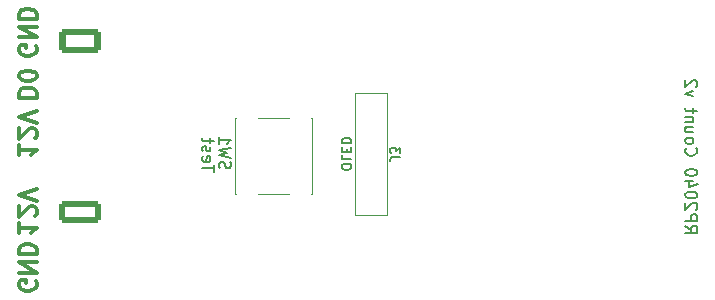
<source format=gbr>
%TF.GenerationSoftware,KiCad,Pcbnew,7.0.10*%
%TF.CreationDate,2024-02-11T13:06:30-05:00*%
%TF.ProjectId,RP2040_Count,52503230-3430-45f4-936f-756e742e6b69,v2*%
%TF.SameCoordinates,Original*%
%TF.FileFunction,Legend,Bot*%
%TF.FilePolarity,Positive*%
%FSLAX46Y46*%
G04 Gerber Fmt 4.6, Leading zero omitted, Abs format (unit mm)*
G04 Created by KiCad (PCBNEW 7.0.10) date 2024-02-11 13:06:30*
%MOMM*%
%LPD*%
G01*
G04 APERTURE LIST*
G04 Aperture macros list*
%AMRoundRect*
0 Rectangle with rounded corners*
0 $1 Rounding radius*
0 $2 $3 $4 $5 $6 $7 $8 $9 X,Y pos of 4 corners*
0 Add a 4 corners polygon primitive as box body*
4,1,4,$2,$3,$4,$5,$6,$7,$8,$9,$2,$3,0*
0 Add four circle primitives for the rounded corners*
1,1,$1+$1,$2,$3*
1,1,$1+$1,$4,$5*
1,1,$1+$1,$6,$7*
1,1,$1+$1,$8,$9*
0 Add four rect primitives between the rounded corners*
20,1,$1+$1,$2,$3,$4,$5,0*
20,1,$1+$1,$4,$5,$6,$7,0*
20,1,$1+$1,$6,$7,$8,$9,0*
20,1,$1+$1,$8,$9,$2,$3,0*%
G04 Aperture macros list end*
%ADD10C,0.300000*%
%ADD11C,0.150000*%
%ADD12C,0.120000*%
%ADD13C,1.524000*%
%ADD14RoundRect,0.250000X-1.550000X0.650000X-1.550000X-0.650000X1.550000X-0.650000X1.550000X0.650000X0*%
%ADD15O,3.600000X1.800000*%
%ADD16RoundRect,0.291667X-1.508333X0.758333X-1.508333X-0.758333X1.508333X-0.758333X1.508333X0.758333X0*%
%ADD17O,3.600000X2.100000*%
%ADD18C,2.200000*%
%ADD19C,1.700000*%
%ADD20R,1.300000X1.550000*%
G04 APERTURE END LIST*
D10*
X101627742Y-97959774D02*
X101699171Y-98102632D01*
X101699171Y-98102632D02*
X101699171Y-98316917D01*
X101699171Y-98316917D02*
X101627742Y-98531203D01*
X101627742Y-98531203D02*
X101484885Y-98674060D01*
X101484885Y-98674060D02*
X101342028Y-98745489D01*
X101342028Y-98745489D02*
X101056314Y-98816917D01*
X101056314Y-98816917D02*
X100842028Y-98816917D01*
X100842028Y-98816917D02*
X100556314Y-98745489D01*
X100556314Y-98745489D02*
X100413457Y-98674060D01*
X100413457Y-98674060D02*
X100270600Y-98531203D01*
X100270600Y-98531203D02*
X100199171Y-98316917D01*
X100199171Y-98316917D02*
X100199171Y-98174060D01*
X100199171Y-98174060D02*
X100270600Y-97959774D01*
X100270600Y-97959774D02*
X100342028Y-97888346D01*
X100342028Y-97888346D02*
X100842028Y-97888346D01*
X100842028Y-97888346D02*
X100842028Y-98174060D01*
X100199171Y-97245489D02*
X101699171Y-97245489D01*
X101699171Y-97245489D02*
X100199171Y-96388346D01*
X100199171Y-96388346D02*
X101699171Y-96388346D01*
X100199171Y-95674060D02*
X101699171Y-95674060D01*
X101699171Y-95674060D02*
X101699171Y-95316917D01*
X101699171Y-95316917D02*
X101627742Y-95102631D01*
X101627742Y-95102631D02*
X101484885Y-94959774D01*
X101484885Y-94959774D02*
X101342028Y-94888345D01*
X101342028Y-94888345D02*
X101056314Y-94816917D01*
X101056314Y-94816917D02*
X100842028Y-94816917D01*
X100842028Y-94816917D02*
X100556314Y-94888345D01*
X100556314Y-94888345D02*
X100413457Y-94959774D01*
X100413457Y-94959774D02*
X100270600Y-95102631D01*
X100270600Y-95102631D02*
X100199171Y-95316917D01*
X100199171Y-95316917D02*
X100199171Y-95674060D01*
X100199171Y-93059774D02*
X100199171Y-93916917D01*
X100199171Y-93488346D02*
X101699171Y-93488346D01*
X101699171Y-93488346D02*
X101484885Y-93631203D01*
X101484885Y-93631203D02*
X101342028Y-93774060D01*
X101342028Y-93774060D02*
X101270600Y-93916917D01*
X101556314Y-92488346D02*
X101627742Y-92416918D01*
X101627742Y-92416918D02*
X101699171Y-92274061D01*
X101699171Y-92274061D02*
X101699171Y-91916918D01*
X101699171Y-91916918D02*
X101627742Y-91774061D01*
X101627742Y-91774061D02*
X101556314Y-91702632D01*
X101556314Y-91702632D02*
X101413457Y-91631203D01*
X101413457Y-91631203D02*
X101270600Y-91631203D01*
X101270600Y-91631203D02*
X101056314Y-91702632D01*
X101056314Y-91702632D02*
X100199171Y-92559775D01*
X100199171Y-92559775D02*
X100199171Y-91631203D01*
X101699171Y-91202632D02*
X100199171Y-90702632D01*
X100199171Y-90702632D02*
X101699171Y-90202632D01*
X100199171Y-82445489D02*
X101699171Y-82445489D01*
X101699171Y-82445489D02*
X101699171Y-82088346D01*
X101699171Y-82088346D02*
X101627742Y-81874060D01*
X101627742Y-81874060D02*
X101484885Y-81731203D01*
X101484885Y-81731203D02*
X101342028Y-81659774D01*
X101342028Y-81659774D02*
X101056314Y-81588346D01*
X101056314Y-81588346D02*
X100842028Y-81588346D01*
X100842028Y-81588346D02*
X100556314Y-81659774D01*
X100556314Y-81659774D02*
X100413457Y-81731203D01*
X100413457Y-81731203D02*
X100270600Y-81874060D01*
X100270600Y-81874060D02*
X100199171Y-82088346D01*
X100199171Y-82088346D02*
X100199171Y-82445489D01*
X101699171Y-80659774D02*
X101699171Y-80516917D01*
X101699171Y-80516917D02*
X101627742Y-80374060D01*
X101627742Y-80374060D02*
X101556314Y-80302632D01*
X101556314Y-80302632D02*
X101413457Y-80231203D01*
X101413457Y-80231203D02*
X101127742Y-80159774D01*
X101127742Y-80159774D02*
X100770600Y-80159774D01*
X100770600Y-80159774D02*
X100484885Y-80231203D01*
X100484885Y-80231203D02*
X100342028Y-80302632D01*
X100342028Y-80302632D02*
X100270600Y-80374060D01*
X100270600Y-80374060D02*
X100199171Y-80516917D01*
X100199171Y-80516917D02*
X100199171Y-80659774D01*
X100199171Y-80659774D02*
X100270600Y-80802632D01*
X100270600Y-80802632D02*
X100342028Y-80874060D01*
X100342028Y-80874060D02*
X100484885Y-80945489D01*
X100484885Y-80945489D02*
X100770600Y-81016917D01*
X100770600Y-81016917D02*
X101127742Y-81016917D01*
X101127742Y-81016917D02*
X101413457Y-80945489D01*
X101413457Y-80945489D02*
X101556314Y-80874060D01*
X101556314Y-80874060D02*
X101627742Y-80802632D01*
X101627742Y-80802632D02*
X101699171Y-80659774D01*
X100199171Y-86459774D02*
X100199171Y-87316917D01*
X100199171Y-86888346D02*
X101699171Y-86888346D01*
X101699171Y-86888346D02*
X101484885Y-87031203D01*
X101484885Y-87031203D02*
X101342028Y-87174060D01*
X101342028Y-87174060D02*
X101270600Y-87316917D01*
X101556314Y-85888346D02*
X101627742Y-85816918D01*
X101627742Y-85816918D02*
X101699171Y-85674061D01*
X101699171Y-85674061D02*
X101699171Y-85316918D01*
X101699171Y-85316918D02*
X101627742Y-85174061D01*
X101627742Y-85174061D02*
X101556314Y-85102632D01*
X101556314Y-85102632D02*
X101413457Y-85031203D01*
X101413457Y-85031203D02*
X101270600Y-85031203D01*
X101270600Y-85031203D02*
X101056314Y-85102632D01*
X101056314Y-85102632D02*
X100199171Y-85959775D01*
X100199171Y-85959775D02*
X100199171Y-85031203D01*
X101699171Y-84602632D02*
X100199171Y-84102632D01*
X100199171Y-84102632D02*
X101699171Y-83602632D01*
X101627742Y-78059774D02*
X101699171Y-78202632D01*
X101699171Y-78202632D02*
X101699171Y-78416917D01*
X101699171Y-78416917D02*
X101627742Y-78631203D01*
X101627742Y-78631203D02*
X101484885Y-78774060D01*
X101484885Y-78774060D02*
X101342028Y-78845489D01*
X101342028Y-78845489D02*
X101056314Y-78916917D01*
X101056314Y-78916917D02*
X100842028Y-78916917D01*
X100842028Y-78916917D02*
X100556314Y-78845489D01*
X100556314Y-78845489D02*
X100413457Y-78774060D01*
X100413457Y-78774060D02*
X100270600Y-78631203D01*
X100270600Y-78631203D02*
X100199171Y-78416917D01*
X100199171Y-78416917D02*
X100199171Y-78274060D01*
X100199171Y-78274060D02*
X100270600Y-78059774D01*
X100270600Y-78059774D02*
X100342028Y-77988346D01*
X100342028Y-77988346D02*
X100842028Y-77988346D01*
X100842028Y-77988346D02*
X100842028Y-78274060D01*
X100199171Y-77345489D02*
X101699171Y-77345489D01*
X101699171Y-77345489D02*
X100199171Y-76488346D01*
X100199171Y-76488346D02*
X101699171Y-76488346D01*
X100199171Y-75774060D02*
X101699171Y-75774060D01*
X101699171Y-75774060D02*
X101699171Y-75416917D01*
X101699171Y-75416917D02*
X101627742Y-75202631D01*
X101627742Y-75202631D02*
X101484885Y-75059774D01*
X101484885Y-75059774D02*
X101342028Y-74988345D01*
X101342028Y-74988345D02*
X101056314Y-74916917D01*
X101056314Y-74916917D02*
X100842028Y-74916917D01*
X100842028Y-74916917D02*
X100556314Y-74988345D01*
X100556314Y-74988345D02*
X100413457Y-75059774D01*
X100413457Y-75059774D02*
X100270600Y-75202631D01*
X100270600Y-75202631D02*
X100199171Y-75416917D01*
X100199171Y-75416917D02*
X100199171Y-75774060D01*
D11*
X156630180Y-93291792D02*
X157106371Y-93625125D01*
X156630180Y-93863220D02*
X157630180Y-93863220D01*
X157630180Y-93863220D02*
X157630180Y-93482268D01*
X157630180Y-93482268D02*
X157582561Y-93387030D01*
X157582561Y-93387030D02*
X157534942Y-93339411D01*
X157534942Y-93339411D02*
X157439704Y-93291792D01*
X157439704Y-93291792D02*
X157296847Y-93291792D01*
X157296847Y-93291792D02*
X157201609Y-93339411D01*
X157201609Y-93339411D02*
X157153990Y-93387030D01*
X157153990Y-93387030D02*
X157106371Y-93482268D01*
X157106371Y-93482268D02*
X157106371Y-93863220D01*
X156630180Y-92863220D02*
X157630180Y-92863220D01*
X157630180Y-92863220D02*
X157630180Y-92482268D01*
X157630180Y-92482268D02*
X157582561Y-92387030D01*
X157582561Y-92387030D02*
X157534942Y-92339411D01*
X157534942Y-92339411D02*
X157439704Y-92291792D01*
X157439704Y-92291792D02*
X157296847Y-92291792D01*
X157296847Y-92291792D02*
X157201609Y-92339411D01*
X157201609Y-92339411D02*
X157153990Y-92387030D01*
X157153990Y-92387030D02*
X157106371Y-92482268D01*
X157106371Y-92482268D02*
X157106371Y-92863220D01*
X157534942Y-91910839D02*
X157582561Y-91863220D01*
X157582561Y-91863220D02*
X157630180Y-91767982D01*
X157630180Y-91767982D02*
X157630180Y-91529887D01*
X157630180Y-91529887D02*
X157582561Y-91434649D01*
X157582561Y-91434649D02*
X157534942Y-91387030D01*
X157534942Y-91387030D02*
X157439704Y-91339411D01*
X157439704Y-91339411D02*
X157344466Y-91339411D01*
X157344466Y-91339411D02*
X157201609Y-91387030D01*
X157201609Y-91387030D02*
X156630180Y-91958458D01*
X156630180Y-91958458D02*
X156630180Y-91339411D01*
X157630180Y-90720363D02*
X157630180Y-90625125D01*
X157630180Y-90625125D02*
X157582561Y-90529887D01*
X157582561Y-90529887D02*
X157534942Y-90482268D01*
X157534942Y-90482268D02*
X157439704Y-90434649D01*
X157439704Y-90434649D02*
X157249228Y-90387030D01*
X157249228Y-90387030D02*
X157011133Y-90387030D01*
X157011133Y-90387030D02*
X156820657Y-90434649D01*
X156820657Y-90434649D02*
X156725419Y-90482268D01*
X156725419Y-90482268D02*
X156677800Y-90529887D01*
X156677800Y-90529887D02*
X156630180Y-90625125D01*
X156630180Y-90625125D02*
X156630180Y-90720363D01*
X156630180Y-90720363D02*
X156677800Y-90815601D01*
X156677800Y-90815601D02*
X156725419Y-90863220D01*
X156725419Y-90863220D02*
X156820657Y-90910839D01*
X156820657Y-90910839D02*
X157011133Y-90958458D01*
X157011133Y-90958458D02*
X157249228Y-90958458D01*
X157249228Y-90958458D02*
X157439704Y-90910839D01*
X157439704Y-90910839D02*
X157534942Y-90863220D01*
X157534942Y-90863220D02*
X157582561Y-90815601D01*
X157582561Y-90815601D02*
X157630180Y-90720363D01*
X157296847Y-89529887D02*
X156630180Y-89529887D01*
X157677800Y-89767982D02*
X156963514Y-90006077D01*
X156963514Y-90006077D02*
X156963514Y-89387030D01*
X157630180Y-88815601D02*
X157630180Y-88720363D01*
X157630180Y-88720363D02*
X157582561Y-88625125D01*
X157582561Y-88625125D02*
X157534942Y-88577506D01*
X157534942Y-88577506D02*
X157439704Y-88529887D01*
X157439704Y-88529887D02*
X157249228Y-88482268D01*
X157249228Y-88482268D02*
X157011133Y-88482268D01*
X157011133Y-88482268D02*
X156820657Y-88529887D01*
X156820657Y-88529887D02*
X156725419Y-88577506D01*
X156725419Y-88577506D02*
X156677800Y-88625125D01*
X156677800Y-88625125D02*
X156630180Y-88720363D01*
X156630180Y-88720363D02*
X156630180Y-88815601D01*
X156630180Y-88815601D02*
X156677800Y-88910839D01*
X156677800Y-88910839D02*
X156725419Y-88958458D01*
X156725419Y-88958458D02*
X156820657Y-89006077D01*
X156820657Y-89006077D02*
X157011133Y-89053696D01*
X157011133Y-89053696D02*
X157249228Y-89053696D01*
X157249228Y-89053696D02*
X157439704Y-89006077D01*
X157439704Y-89006077D02*
X157534942Y-88958458D01*
X157534942Y-88958458D02*
X157582561Y-88910839D01*
X157582561Y-88910839D02*
X157630180Y-88815601D01*
X156725419Y-86720363D02*
X156677800Y-86767982D01*
X156677800Y-86767982D02*
X156630180Y-86910839D01*
X156630180Y-86910839D02*
X156630180Y-87006077D01*
X156630180Y-87006077D02*
X156677800Y-87148934D01*
X156677800Y-87148934D02*
X156773038Y-87244172D01*
X156773038Y-87244172D02*
X156868276Y-87291791D01*
X156868276Y-87291791D02*
X157058752Y-87339410D01*
X157058752Y-87339410D02*
X157201609Y-87339410D01*
X157201609Y-87339410D02*
X157392085Y-87291791D01*
X157392085Y-87291791D02*
X157487323Y-87244172D01*
X157487323Y-87244172D02*
X157582561Y-87148934D01*
X157582561Y-87148934D02*
X157630180Y-87006077D01*
X157630180Y-87006077D02*
X157630180Y-86910839D01*
X157630180Y-86910839D02*
X157582561Y-86767982D01*
X157582561Y-86767982D02*
X157534942Y-86720363D01*
X156630180Y-86148934D02*
X156677800Y-86244172D01*
X156677800Y-86244172D02*
X156725419Y-86291791D01*
X156725419Y-86291791D02*
X156820657Y-86339410D01*
X156820657Y-86339410D02*
X157106371Y-86339410D01*
X157106371Y-86339410D02*
X157201609Y-86291791D01*
X157201609Y-86291791D02*
X157249228Y-86244172D01*
X157249228Y-86244172D02*
X157296847Y-86148934D01*
X157296847Y-86148934D02*
X157296847Y-86006077D01*
X157296847Y-86006077D02*
X157249228Y-85910839D01*
X157249228Y-85910839D02*
X157201609Y-85863220D01*
X157201609Y-85863220D02*
X157106371Y-85815601D01*
X157106371Y-85815601D02*
X156820657Y-85815601D01*
X156820657Y-85815601D02*
X156725419Y-85863220D01*
X156725419Y-85863220D02*
X156677800Y-85910839D01*
X156677800Y-85910839D02*
X156630180Y-86006077D01*
X156630180Y-86006077D02*
X156630180Y-86148934D01*
X157296847Y-84958458D02*
X156630180Y-84958458D01*
X157296847Y-85387029D02*
X156773038Y-85387029D01*
X156773038Y-85387029D02*
X156677800Y-85339410D01*
X156677800Y-85339410D02*
X156630180Y-85244172D01*
X156630180Y-85244172D02*
X156630180Y-85101315D01*
X156630180Y-85101315D02*
X156677800Y-85006077D01*
X156677800Y-85006077D02*
X156725419Y-84958458D01*
X157296847Y-84482267D02*
X156630180Y-84482267D01*
X157201609Y-84482267D02*
X157249228Y-84434648D01*
X157249228Y-84434648D02*
X157296847Y-84339410D01*
X157296847Y-84339410D02*
X157296847Y-84196553D01*
X157296847Y-84196553D02*
X157249228Y-84101315D01*
X157249228Y-84101315D02*
X157153990Y-84053696D01*
X157153990Y-84053696D02*
X156630180Y-84053696D01*
X157296847Y-83720362D02*
X157296847Y-83339410D01*
X157630180Y-83577505D02*
X156773038Y-83577505D01*
X156773038Y-83577505D02*
X156677800Y-83529886D01*
X156677800Y-83529886D02*
X156630180Y-83434648D01*
X156630180Y-83434648D02*
X156630180Y-83339410D01*
X157296847Y-82339409D02*
X156630180Y-82101314D01*
X156630180Y-82101314D02*
X157296847Y-81863219D01*
X157534942Y-81529885D02*
X157582561Y-81482266D01*
X157582561Y-81482266D02*
X157630180Y-81387028D01*
X157630180Y-81387028D02*
X157630180Y-81148933D01*
X157630180Y-81148933D02*
X157582561Y-81053695D01*
X157582561Y-81053695D02*
X157534942Y-81006076D01*
X157534942Y-81006076D02*
X157439704Y-80958457D01*
X157439704Y-80958457D02*
X157344466Y-80958457D01*
X157344466Y-80958457D02*
X157201609Y-81006076D01*
X157201609Y-81006076D02*
X156630180Y-81577504D01*
X156630180Y-81577504D02*
X156630180Y-80958457D01*
X128337704Y-88361904D02*
X128337704Y-88209523D01*
X128337704Y-88209523D02*
X128299609Y-88133333D01*
X128299609Y-88133333D02*
X128223419Y-88057142D01*
X128223419Y-88057142D02*
X128071038Y-88019047D01*
X128071038Y-88019047D02*
X127804371Y-88019047D01*
X127804371Y-88019047D02*
X127651990Y-88057142D01*
X127651990Y-88057142D02*
X127575800Y-88133333D01*
X127575800Y-88133333D02*
X127537704Y-88209523D01*
X127537704Y-88209523D02*
X127537704Y-88361904D01*
X127537704Y-88361904D02*
X127575800Y-88438095D01*
X127575800Y-88438095D02*
X127651990Y-88514285D01*
X127651990Y-88514285D02*
X127804371Y-88552381D01*
X127804371Y-88552381D02*
X128071038Y-88552381D01*
X128071038Y-88552381D02*
X128223419Y-88514285D01*
X128223419Y-88514285D02*
X128299609Y-88438095D01*
X128299609Y-88438095D02*
X128337704Y-88361904D01*
X127537704Y-87295238D02*
X127537704Y-87676190D01*
X127537704Y-87676190D02*
X128337704Y-87676190D01*
X127956752Y-87028571D02*
X127956752Y-86761905D01*
X127537704Y-86647619D02*
X127537704Y-87028571D01*
X127537704Y-87028571D02*
X128337704Y-87028571D01*
X128337704Y-87028571D02*
X128337704Y-86647619D01*
X127537704Y-86304761D02*
X128337704Y-86304761D01*
X128337704Y-86304761D02*
X128337704Y-86114285D01*
X128337704Y-86114285D02*
X128299609Y-85999999D01*
X128299609Y-85999999D02*
X128223419Y-85923809D01*
X128223419Y-85923809D02*
X128147228Y-85885714D01*
X128147228Y-85885714D02*
X127994847Y-85847618D01*
X127994847Y-85847618D02*
X127880561Y-85847618D01*
X127880561Y-85847618D02*
X127728180Y-85885714D01*
X127728180Y-85885714D02*
X127651990Y-85923809D01*
X127651990Y-85923809D02*
X127575800Y-85999999D01*
X127575800Y-85999999D02*
X127537704Y-86114285D01*
X127537704Y-86114285D02*
X127537704Y-86304761D01*
X132437704Y-87466666D02*
X131866276Y-87466666D01*
X131866276Y-87466666D02*
X131751990Y-87504761D01*
X131751990Y-87504761D02*
X131675800Y-87580952D01*
X131675800Y-87580952D02*
X131637704Y-87695237D01*
X131637704Y-87695237D02*
X131637704Y-87771428D01*
X132437704Y-87161904D02*
X132437704Y-86666666D01*
X132437704Y-86666666D02*
X132132942Y-86933332D01*
X132132942Y-86933332D02*
X132132942Y-86819047D01*
X132132942Y-86819047D02*
X132094847Y-86742856D01*
X132094847Y-86742856D02*
X132056752Y-86704761D01*
X132056752Y-86704761D02*
X131980561Y-86666666D01*
X131980561Y-86666666D02*
X131790085Y-86666666D01*
X131790085Y-86666666D02*
X131713895Y-86704761D01*
X131713895Y-86704761D02*
X131675800Y-86742856D01*
X131675800Y-86742856D02*
X131637704Y-86819047D01*
X131637704Y-86819047D02*
X131637704Y-87047618D01*
X131637704Y-87047618D02*
X131675800Y-87123809D01*
X131675800Y-87123809D02*
X131713895Y-87161904D01*
X117192800Y-88433332D02*
X117145180Y-88290475D01*
X117145180Y-88290475D02*
X117145180Y-88052380D01*
X117145180Y-88052380D02*
X117192800Y-87957142D01*
X117192800Y-87957142D02*
X117240419Y-87909523D01*
X117240419Y-87909523D02*
X117335657Y-87861904D01*
X117335657Y-87861904D02*
X117430895Y-87861904D01*
X117430895Y-87861904D02*
X117526133Y-87909523D01*
X117526133Y-87909523D02*
X117573752Y-87957142D01*
X117573752Y-87957142D02*
X117621371Y-88052380D01*
X117621371Y-88052380D02*
X117668990Y-88242856D01*
X117668990Y-88242856D02*
X117716609Y-88338094D01*
X117716609Y-88338094D02*
X117764228Y-88385713D01*
X117764228Y-88385713D02*
X117859466Y-88433332D01*
X117859466Y-88433332D02*
X117954704Y-88433332D01*
X117954704Y-88433332D02*
X118049942Y-88385713D01*
X118049942Y-88385713D02*
X118097561Y-88338094D01*
X118097561Y-88338094D02*
X118145180Y-88242856D01*
X118145180Y-88242856D02*
X118145180Y-88004761D01*
X118145180Y-88004761D02*
X118097561Y-87861904D01*
X118145180Y-87528570D02*
X117145180Y-87290475D01*
X117145180Y-87290475D02*
X117859466Y-87099999D01*
X117859466Y-87099999D02*
X117145180Y-86909523D01*
X117145180Y-86909523D02*
X118145180Y-86671428D01*
X117145180Y-85766666D02*
X117145180Y-86338094D01*
X117145180Y-86052380D02*
X118145180Y-86052380D01*
X118145180Y-86052380D02*
X118002323Y-86147618D01*
X118002323Y-86147618D02*
X117907085Y-86242856D01*
X117907085Y-86242856D02*
X117859466Y-86338094D01*
X116745180Y-88704761D02*
X116745180Y-88133333D01*
X115745180Y-88419047D02*
X116745180Y-88419047D01*
X115792800Y-87419047D02*
X115745180Y-87514285D01*
X115745180Y-87514285D02*
X115745180Y-87704761D01*
X115745180Y-87704761D02*
X115792800Y-87799999D01*
X115792800Y-87799999D02*
X115888038Y-87847618D01*
X115888038Y-87847618D02*
X116268990Y-87847618D01*
X116268990Y-87847618D02*
X116364228Y-87799999D01*
X116364228Y-87799999D02*
X116411847Y-87704761D01*
X116411847Y-87704761D02*
X116411847Y-87514285D01*
X116411847Y-87514285D02*
X116364228Y-87419047D01*
X116364228Y-87419047D02*
X116268990Y-87371428D01*
X116268990Y-87371428D02*
X116173752Y-87371428D01*
X116173752Y-87371428D02*
X116078514Y-87847618D01*
X115792800Y-86990475D02*
X115745180Y-86895237D01*
X115745180Y-86895237D02*
X115745180Y-86704761D01*
X115745180Y-86704761D02*
X115792800Y-86609523D01*
X115792800Y-86609523D02*
X115888038Y-86561904D01*
X115888038Y-86561904D02*
X115935657Y-86561904D01*
X115935657Y-86561904D02*
X116030895Y-86609523D01*
X116030895Y-86609523D02*
X116078514Y-86704761D01*
X116078514Y-86704761D02*
X116078514Y-86847618D01*
X116078514Y-86847618D02*
X116126133Y-86942856D01*
X116126133Y-86942856D02*
X116221371Y-86990475D01*
X116221371Y-86990475D02*
X116268990Y-86990475D01*
X116268990Y-86990475D02*
X116364228Y-86942856D01*
X116364228Y-86942856D02*
X116411847Y-86847618D01*
X116411847Y-86847618D02*
X116411847Y-86704761D01*
X116411847Y-86704761D02*
X116364228Y-86609523D01*
X116411847Y-86276189D02*
X116411847Y-85895237D01*
X116745180Y-86133332D02*
X115888038Y-86133332D01*
X115888038Y-86133332D02*
X115792800Y-86085713D01*
X115792800Y-86085713D02*
X115745180Y-85990475D01*
X115745180Y-85990475D02*
X115745180Y-85895237D01*
D12*
%TO.C,J3*%
X131360000Y-82010000D02*
X128640000Y-82010000D01*
X131360000Y-82010000D02*
X131360000Y-92390000D01*
X131360000Y-92390000D02*
X128640000Y-92390000D01*
X128640000Y-92390000D02*
X128640000Y-82010000D01*
%TO.C,SW1*%
X118520000Y-90605000D02*
X118550000Y-90605000D01*
X118520000Y-90605000D02*
X118520000Y-84145000D01*
X123050000Y-90605000D02*
X120450000Y-90605000D01*
X124950000Y-90605000D02*
X124980000Y-90605000D01*
X124980000Y-90605000D02*
X124980000Y-84145000D01*
X118520000Y-84145000D02*
X118550000Y-84145000D01*
X123050000Y-84145000D02*
X120450000Y-84145000D01*
X124980000Y-84145000D02*
X124950000Y-84145000D01*
%TD*%
%LPC*%
D13*
%TO.C,U5*%
X155910000Y-79760000D03*
X153370000Y-79760000D03*
X150830000Y-79760000D03*
X148290000Y-79760000D03*
X145750000Y-79760000D03*
X143210000Y-79760000D03*
X140670000Y-79760000D03*
X138130000Y-79760000D03*
X135590000Y-79760000D03*
X135600000Y-82300000D03*
X135600000Y-84840000D03*
X135600000Y-87380000D03*
X135600000Y-89920000D03*
X135600000Y-92460000D03*
X135590000Y-95000000D03*
X138130000Y-95000000D03*
X140670000Y-95000000D03*
X143210000Y-95000000D03*
X145750000Y-95000000D03*
X148290000Y-95000000D03*
X150830000Y-95000000D03*
X153370000Y-95000000D03*
X155910000Y-95000000D03*
%TD*%
D14*
%TO.C,TB1*%
X105357500Y-92112500D03*
D15*
X105357500Y-95922500D03*
%TD*%
D16*
%TO.C,J2*%
X105357500Y-77680000D03*
D15*
X105357500Y-81340000D03*
D17*
X105357500Y-85000000D03*
%TD*%
D18*
%TO.C,J3*%
X130500000Y-75550000D03*
X130500000Y-98850000D03*
D19*
X130000000Y-91000000D03*
X130000000Y-88500000D03*
X130000000Y-85900000D03*
X130000000Y-83400000D03*
%TD*%
D20*
%TO.C,SW1*%
X124000000Y-91350000D03*
X124000000Y-83400000D03*
X119500000Y-91350000D03*
X119500000Y-83400000D03*
%TD*%
%LPD*%
M02*

</source>
